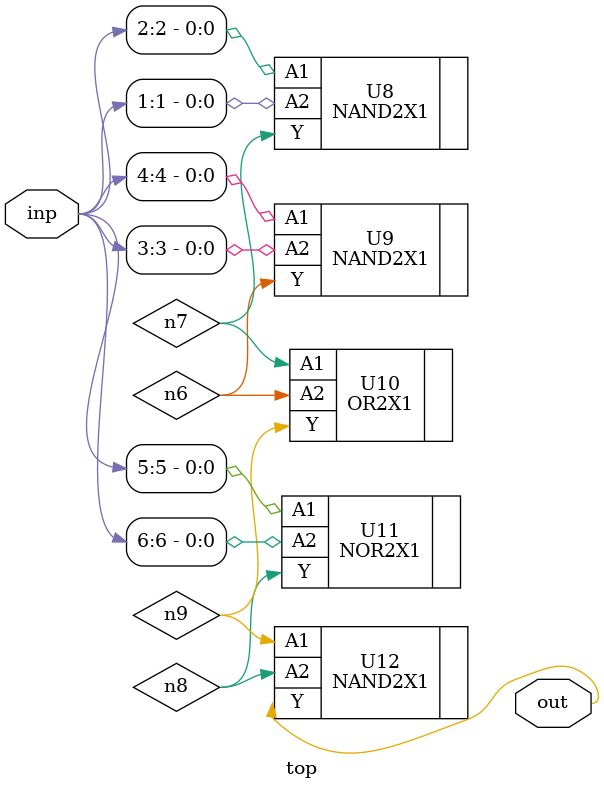
<source format=sv>


module top ( inp, out );
  input [6:0] inp;
  output out;
  wire   n6, n7, n8, n9;

  NAND2X1 U8 ( .A1(inp[2]), .A2(inp[1]), .Y(n7) );
  NAND2X1 U9 ( .A1(inp[4]), .A2(inp[3]), .Y(n6) );
  OR2X1 U10 ( .A1(n7), .A2(n6), .Y(n9) );
  NOR2X1 U11 ( .A1(inp[5]), .A2(inp[6]), .Y(n8) );
  NAND2X1 U12 ( .A1(n9), .A2(n8), .Y(out) );
endmodule


</source>
